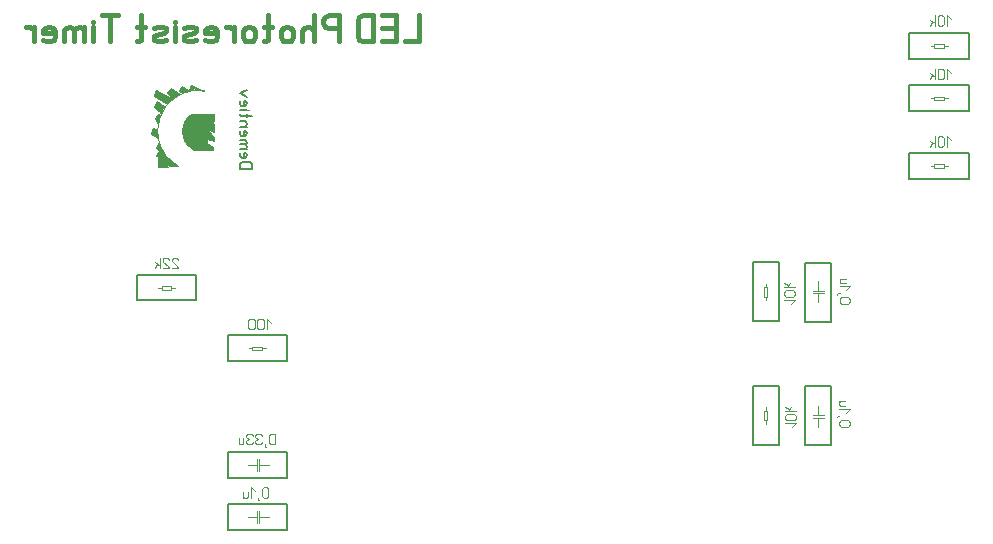
<source format=gbr>
%FSLAX34Y34*%
%MOMM*%
%LNSILK_BOTTOM*%
G71*
G01*
%ADD10C, 0.15*%
%ADD11C, 0.10*%
%ADD12C, 0.11*%
%ADD13C, 0.17*%
%ADD14C, 0.40*%
%LPD*%
G54D10*
X254706Y192596D02*
X254706Y214596D01*
X204706Y214596D01*
X204706Y192596D01*
X254706Y192596D01*
G54D11*
X236746Y203318D02*
X233546Y203318D01*
X233546Y201718D01*
X225646Y201718D01*
X225646Y204918D01*
X233546Y204918D01*
X233546Y203318D01*
G54D11*
X225646Y203318D02*
X222446Y203318D01*
G54D12*
X240953Y225123D02*
X237620Y228456D01*
X237620Y219567D01*
G54D12*
X229842Y226789D02*
X229842Y221234D01*
X230509Y220123D01*
X231842Y219567D01*
X233176Y219567D01*
X234509Y220123D01*
X235176Y221234D01*
X235176Y226789D01*
X234509Y227900D01*
X233176Y228456D01*
X231842Y228456D01*
X230509Y227900D01*
X229842Y226789D01*
G54D12*
X222066Y226789D02*
X222066Y221234D01*
X222732Y220123D01*
X224066Y219567D01*
X225399Y219567D01*
X226732Y220123D01*
X227399Y221234D01*
X227399Y226789D01*
X226732Y227900D01*
X225399Y228456D01*
X224066Y228456D01*
X222732Y227900D01*
X222066Y226789D01*
G54D10*
X127866Y243893D02*
X127866Y265893D01*
X177866Y265893D01*
X177866Y243893D01*
X127866Y243893D01*
G54D11*
X145826Y254615D02*
X149026Y254615D01*
X149026Y253015D01*
X156926Y253015D01*
X156926Y256215D01*
X149026Y256215D01*
X149026Y254615D01*
G54D11*
X156926Y254615D02*
X160126Y254615D01*
G54D12*
X157430Y271261D02*
X162763Y271261D01*
X162763Y271817D01*
X162096Y272928D01*
X158096Y276261D01*
X157430Y277372D01*
X157430Y278484D01*
X158096Y279595D01*
X159430Y280150D01*
X160763Y280150D01*
X162096Y279595D01*
X162763Y278484D01*
G54D12*
X149653Y271261D02*
X154986Y271261D01*
X154986Y271817D01*
X154319Y272928D01*
X150319Y276261D01*
X149653Y277372D01*
X149653Y278484D01*
X150319Y279595D01*
X151653Y280150D01*
X152986Y280150D01*
X154319Y279595D01*
X154986Y278484D01*
G54D12*
X147209Y271261D02*
X147209Y280150D01*
G54D12*
X145209Y274595D02*
X143209Y271261D01*
G54D12*
X147209Y273484D02*
X143209Y276261D01*
G54D10*
X781916Y448681D02*
X781916Y470681D01*
X831916Y470681D01*
X831916Y448681D01*
X781916Y448681D01*
G54D11*
X799876Y459402D02*
X803076Y459402D01*
X803076Y457802D01*
X810976Y457802D01*
X810976Y461002D01*
X803076Y461002D01*
X803076Y459402D01*
G54D11*
X810976Y459402D02*
X814176Y459402D01*
G54D12*
X816813Y482001D02*
X813480Y485335D01*
X813480Y476446D01*
G54D12*
X805703Y483668D02*
X805703Y478112D01*
X806370Y477001D01*
X807703Y476446D01*
X809036Y476446D01*
X810370Y477001D01*
X811036Y478112D01*
X811036Y483668D01*
X810370Y484779D01*
X809036Y485335D01*
X807703Y485335D01*
X806370Y484779D01*
X805703Y483668D01*
G54D12*
X803259Y476446D02*
X803259Y485335D01*
G54D12*
X801259Y479779D02*
X799259Y476446D01*
G54D12*
X803259Y478668D02*
X799259Y481446D01*
G54D10*
X781916Y404231D02*
X781916Y426231D01*
X831916Y426231D01*
X831916Y404231D01*
X781916Y404231D01*
G54D11*
X799876Y414952D02*
X803076Y414952D01*
X803076Y413352D01*
X810976Y413352D01*
X810976Y416552D01*
X803076Y416552D01*
X803076Y414952D01*
G54D11*
X810976Y414952D02*
X814176Y414952D01*
G54D12*
X816813Y436758D02*
X813480Y440091D01*
X813480Y431202D01*
G54D12*
X805703Y438424D02*
X805703Y432869D01*
X806370Y431758D01*
X807703Y431202D01*
X809036Y431202D01*
X810370Y431758D01*
X811036Y432869D01*
X811036Y438424D01*
X810370Y439535D01*
X809036Y440091D01*
X807703Y440091D01*
X806370Y439535D01*
X805703Y438424D01*
G54D12*
X803259Y431202D02*
X803259Y440091D01*
G54D12*
X801259Y434535D02*
X799259Y431202D01*
G54D12*
X803259Y433424D02*
X799259Y436202D01*
G54D10*
X781916Y347081D02*
X781916Y369081D01*
X831916Y369081D01*
X831916Y347081D01*
X781916Y347081D01*
G54D11*
X799876Y357802D02*
X803076Y357802D01*
X803076Y356202D01*
X810976Y356202D01*
X810976Y359402D01*
X803076Y359402D01*
X803076Y357802D01*
G54D11*
X810976Y357802D02*
X814176Y357802D01*
G54D12*
X816813Y379608D02*
X813480Y382941D01*
X813480Y374052D01*
G54D12*
X805703Y381274D02*
X805703Y375719D01*
X806370Y374608D01*
X807703Y374052D01*
X809036Y374052D01*
X810370Y374608D01*
X811036Y375719D01*
X811036Y381274D01*
X810370Y382385D01*
X809036Y382941D01*
X807703Y382941D01*
X806370Y382385D01*
X805703Y381274D01*
G54D12*
X803259Y374052D02*
X803259Y382941D01*
G54D12*
X801259Y377385D02*
X799259Y374052D01*
G54D12*
X803259Y376274D02*
X799259Y379052D01*
G54D10*
X649400Y171462D02*
X671400Y171462D01*
X671400Y121462D01*
X649400Y121462D01*
X649400Y171462D01*
G54D11*
X660122Y153502D02*
X660122Y150302D01*
X658522Y150302D01*
X658522Y142402D01*
X661722Y142402D01*
X661722Y150302D01*
X660122Y150302D01*
G54D11*
X660122Y142402D02*
X660122Y139202D01*
G54D12*
X682324Y136565D02*
X685657Y139898D01*
X676768Y139898D01*
G54D12*
X683990Y147675D02*
X678435Y147675D01*
X677324Y147008D01*
X676768Y145675D01*
X676768Y144342D01*
X677324Y143008D01*
X678435Y142342D01*
X683990Y142342D01*
X685102Y143008D01*
X685657Y144342D01*
X685657Y145675D01*
X685102Y147008D01*
X683990Y147675D01*
G54D12*
X676768Y150119D02*
X685657Y150119D01*
G54D12*
X680102Y152119D02*
X676768Y154119D01*
G54D12*
X678990Y150119D02*
X681768Y154119D01*
G54D11*
X239561Y104896D02*
X231561Y104896D01*
X231561Y109896D01*
X231561Y99896D01*
G54D11*
X229561Y109896D02*
X229561Y99896D01*
G54D11*
X229561Y104896D02*
X221561Y104896D01*
G54D10*
X204900Y115900D02*
X204900Y93900D01*
X254900Y93900D01*
X254900Y115900D01*
X204900Y115900D01*
G54D12*
X239781Y129331D02*
X239781Y123775D01*
X240448Y122664D01*
X241781Y122109D01*
X243115Y122109D01*
X244448Y122664D01*
X245115Y123775D01*
X245115Y129331D01*
X244448Y130442D01*
X243115Y130998D01*
X241781Y130998D01*
X240448Y130442D01*
X239781Y129331D01*
G54D12*
X236004Y122109D02*
X236004Y120998D01*
X236671Y119886D01*
X237338Y119886D01*
G54D12*
X233561Y129331D02*
X232894Y130442D01*
X231561Y130998D01*
X230227Y130998D01*
X228894Y130442D01*
X228227Y129331D01*
X228227Y128220D01*
X228894Y127109D01*
X230227Y126553D01*
X228894Y125998D01*
X228227Y124886D01*
X228227Y123775D01*
X228894Y122664D01*
X230227Y122109D01*
X231561Y122109D01*
X232894Y122664D01*
X233561Y123775D01*
G54D12*
X225784Y129331D02*
X225117Y130442D01*
X223784Y130998D01*
X222450Y130998D01*
X221117Y130442D01*
X220450Y129331D01*
X220450Y128220D01*
X221117Y127109D01*
X222450Y126553D01*
X221117Y125998D01*
X220450Y124886D01*
X220450Y123775D01*
X221117Y122664D01*
X222450Y122109D01*
X223784Y122109D01*
X225117Y122664D01*
X225784Y123775D01*
G54D12*
X214007Y127109D02*
X214007Y122109D01*
G54D12*
X214007Y123220D02*
X214673Y122331D01*
X216007Y122109D01*
X217340Y122331D01*
X218007Y123220D01*
X218007Y127109D01*
G54D11*
X239561Y60446D02*
X231561Y60446D01*
X231561Y65446D01*
X231561Y55446D01*
G54D11*
X229561Y65446D02*
X229561Y55446D01*
G54D11*
X229561Y60446D02*
X221561Y60446D01*
G54D10*
X204900Y71450D02*
X204900Y49450D01*
X254900Y49450D01*
X254900Y71450D01*
X204900Y71450D01*
G54D12*
X233828Y84087D02*
X233828Y78532D01*
X234495Y77420D01*
X235828Y76865D01*
X237162Y76865D01*
X238495Y77420D01*
X239162Y78532D01*
X239162Y84087D01*
X238495Y85198D01*
X237162Y85754D01*
X235828Y85754D01*
X234495Y85198D01*
X233828Y84087D01*
G54D12*
X230051Y76865D02*
X230051Y75754D01*
X230718Y74643D01*
X231385Y74643D01*
G54D12*
X227608Y82420D02*
X224274Y85754D01*
X224274Y76865D01*
G54D12*
X217831Y81865D02*
X217831Y76865D01*
G54D12*
X217831Y77976D02*
X218497Y77087D01*
X219831Y76865D01*
X221164Y77087D01*
X221831Y77976D01*
X221831Y81865D01*
G54D11*
X704846Y136802D02*
X704846Y144802D01*
X709846Y144802D01*
X699846Y144802D01*
G54D11*
X709846Y146802D02*
X699846Y146802D01*
G54D11*
X704846Y146802D02*
X704846Y154802D01*
G54D10*
X715850Y171462D02*
X693850Y171462D01*
X693850Y121462D01*
X715850Y121462D01*
X715850Y171462D01*
G54D12*
X729678Y142533D02*
X724122Y142533D01*
X723011Y141866D01*
X722456Y140533D01*
X722456Y139199D01*
X723011Y137866D01*
X724122Y137199D01*
X729678Y137199D01*
X730789Y137866D01*
X731344Y139199D01*
X731344Y140533D01*
X730789Y141866D01*
X729678Y142533D01*
G54D12*
X722456Y146310D02*
X721344Y146310D01*
X720233Y145643D01*
X720233Y144976D01*
G54D12*
X728011Y148753D02*
X731344Y152087D01*
X722456Y152087D01*
G54D12*
X727456Y158530D02*
X722456Y158530D01*
G54D12*
X723567Y158530D02*
X722678Y157864D01*
X722456Y156530D01*
X722678Y155197D01*
X723567Y154530D01*
X727456Y154530D01*
G54D11*
X704854Y260323D02*
X704854Y252323D01*
X699854Y252323D01*
X709854Y252323D01*
G54D11*
X699854Y250323D02*
X709854Y250323D01*
G54D11*
X704854Y250323D02*
X704854Y242323D01*
G54D10*
X693850Y225662D02*
X715850Y225662D01*
X715850Y275662D01*
X693850Y275662D01*
X693850Y225662D01*
G54D12*
X730028Y246428D02*
X724472Y246428D01*
X723361Y245761D01*
X722806Y244428D01*
X722806Y243094D01*
X723361Y241761D01*
X724472Y241094D01*
X730028Y241094D01*
X731139Y241761D01*
X731695Y243094D01*
X731695Y244428D01*
X731139Y245761D01*
X730028Y246428D01*
G54D12*
X722806Y250205D02*
X721695Y250205D01*
X720584Y249538D01*
X720584Y248871D01*
G54D12*
X728361Y252648D02*
X731695Y255982D01*
X722806Y255982D01*
G54D12*
X727806Y262425D02*
X722806Y262425D01*
G54D12*
X723917Y262425D02*
X723028Y261759D01*
X722806Y260425D01*
X723028Y259092D01*
X723917Y258425D01*
X727806Y258425D01*
G54D10*
X649400Y276237D02*
X671400Y276237D01*
X671400Y226237D01*
X649400Y226237D01*
X649400Y276237D01*
G54D11*
X660122Y258277D02*
X660122Y255077D01*
X658522Y255077D01*
X658522Y247177D01*
X661722Y247177D01*
X661722Y255077D01*
X660122Y255077D01*
G54D11*
X660122Y247177D02*
X660122Y243977D01*
G54D12*
X681530Y241340D02*
X684863Y244673D01*
X675974Y244673D01*
G54D12*
X683197Y252450D02*
X677641Y252450D01*
X676530Y251783D01*
X675974Y250450D01*
X675974Y249117D01*
X676530Y247783D01*
X677641Y247117D01*
X683197Y247117D01*
X684308Y247783D01*
X684863Y249117D01*
X684863Y250450D01*
X684308Y251783D01*
X683197Y252450D01*
G54D12*
X675974Y254894D02*
X684863Y254894D01*
G54D12*
X679308Y256894D02*
X675974Y258894D01*
G54D12*
X678197Y254894D02*
X680974Y258894D01*
G54D13*
X215262Y355392D02*
X225039Y355392D01*
X225039Y359059D01*
X224428Y360525D01*
X223206Y361259D01*
X217095Y361259D01*
X215873Y360525D01*
X215262Y359059D01*
X215262Y355392D01*
G54D13*
X215873Y369081D02*
X215262Y367908D01*
X215262Y366441D01*
X215873Y364974D01*
X217095Y364681D01*
X219173Y364681D01*
X220395Y365414D01*
X220762Y366881D01*
X220395Y368348D01*
X219539Y369081D01*
X218317Y369081D01*
X218317Y364681D01*
G54D13*
X215262Y372503D02*
X220762Y372503D01*
G54D13*
X219784Y372503D02*
X220762Y373970D01*
X220395Y375436D01*
X219539Y376170D01*
X215262Y376170D01*
G54D13*
X219784Y376170D02*
X220762Y377636D01*
X220395Y379103D01*
X219539Y379836D01*
X215262Y379836D01*
G54D13*
X215873Y387658D02*
X215262Y386485D01*
X215262Y385018D01*
X215873Y383551D01*
X217095Y383258D01*
X219173Y383258D01*
X220395Y383991D01*
X220762Y385458D01*
X220395Y386925D01*
X219539Y387658D01*
X218317Y387658D01*
X218317Y383258D01*
G54D13*
X215262Y391080D02*
X220762Y391080D01*
G54D13*
X219539Y391080D02*
X220395Y391813D01*
X220762Y393280D01*
X220395Y394747D01*
X219539Y395480D01*
X215262Y395480D01*
G54D13*
X225039Y400369D02*
X215873Y400369D01*
X215262Y401102D01*
X215506Y401835D01*
G54D13*
X220762Y398902D02*
X220762Y401835D01*
G54D13*
X215262Y405257D02*
X220762Y405257D01*
G54D13*
X222595Y405257D02*
X222595Y405257D01*
G54D13*
X215873Y413079D02*
X215262Y411906D01*
X215262Y410439D01*
X215873Y408972D01*
X217095Y408679D01*
X219173Y408679D01*
X220395Y409412D01*
X220762Y410879D01*
X220395Y412346D01*
X219539Y413079D01*
X218317Y413079D01*
X218317Y408679D01*
G54D13*
X220762Y416501D02*
X215262Y419434D01*
X220762Y422368D01*
G54D11*
G75*
G01X174603Y401762D02*
G03X174603Y372318I8500J-14722D01*
G01*
G36*
G75*
G01X174603Y401762D02*
G03X174603Y372318I8500J-14722D01*
G01*
G37*
X174603Y401762D01*
G36*
X174602Y401762D02*
X193361Y401762D01*
X193374Y401749D01*
X193374Y396193D01*
X189406Y397781D01*
X192977Y393018D01*
X192977Y386271D01*
X186627Y389843D01*
X192977Y382699D01*
X192977Y378731D01*
X187421Y380715D01*
X187421Y377540D01*
X192580Y373968D01*
X192580Y371587D01*
X175333Y371587D01*
X174602Y372318D01*
X174602Y401762D01*
G37*
G54D11*
X174602Y401762D02*
X193361Y401762D01*
X193374Y401749D01*
X193374Y396193D01*
X189406Y397781D01*
X192977Y393018D01*
X192977Y386271D01*
X186627Y389843D01*
X192977Y382699D01*
X192977Y378731D01*
X187421Y380715D01*
X187421Y377540D01*
X192580Y373968D01*
X192580Y371587D01*
X175333Y371587D01*
X174602Y372318D01*
X174602Y401762D01*
G36*
X185040Y421593D02*
X177896Y422784D01*
X171943Y421593D01*
X173927Y425959D01*
X185040Y421593D01*
G37*
G54D11*
X185040Y421593D02*
X177896Y422784D01*
X171943Y421593D01*
X173927Y425959D01*
X185040Y421593D01*
G54D11*
G75*
G01X185062Y421552D02*
G03X162549Y357623I-5159J-34112D01*
G01*
G36*
X171943Y421593D02*
X166387Y425165D01*
X163212Y421593D01*
X165990Y419212D01*
X171943Y421593D01*
G37*
G54D11*
X171943Y421593D02*
X166387Y425165D01*
X163212Y421593D01*
X165990Y419212D01*
X171943Y421593D01*
G36*
X164006Y418418D02*
X156465Y423578D01*
X153687Y419609D01*
X158052Y414449D01*
X144162Y422387D01*
X142177Y417228D01*
X153290Y410084D01*
X157656Y414846D01*
X164006Y418418D01*
G37*
G54D11*
X164006Y418418D02*
X156465Y423578D01*
X153687Y419609D01*
X158052Y414449D01*
X144162Y422387D01*
X142177Y417228D01*
X153290Y410084D01*
X157656Y414846D01*
X164006Y418418D01*
G36*
X151306Y407703D02*
X147337Y400559D01*
X145749Y393018D01*
X143368Y397384D01*
X145352Y402146D01*
X148130Y402543D01*
X142177Y407703D01*
X144559Y412465D01*
X151306Y407703D01*
G37*
G54D11*
X151306Y407703D02*
X147337Y400559D01*
X145749Y393018D01*
X143368Y397384D01*
X145352Y402146D01*
X148130Y402543D01*
X142177Y407703D01*
X144559Y412465D01*
X151306Y407703D01*
G36*
X144956Y387859D02*
X141384Y390240D01*
X139399Y384684D01*
X145352Y381509D01*
X144956Y387859D01*
G37*
G54D11*
X144956Y387859D02*
X141384Y390240D01*
X139399Y384684D01*
X145352Y381509D01*
X144956Y387859D01*
G36*
X162548Y357623D02*
X158846Y359284D01*
X152893Y364443D01*
X148130Y372381D01*
X146543Y378334D01*
X144162Y372778D01*
X146543Y370793D01*
X144162Y366031D01*
X146543Y365237D01*
X145352Y364046D01*
X145352Y356903D01*
X162548Y357623D01*
G37*
G54D11*
X162548Y357623D02*
X158846Y359284D01*
X152893Y364443D01*
X148130Y372381D01*
X146543Y378334D01*
X144162Y372778D01*
X146543Y370793D01*
X144162Y366031D01*
X146543Y365237D01*
X145352Y364046D01*
X145352Y356903D01*
X162548Y357623D01*
G54D14*
X366834Y485568D02*
X366834Y463345D01*
X355168Y463345D01*
G54D14*
X335723Y463345D02*
X347390Y463345D01*
X347390Y485568D01*
X335723Y485568D01*
G54D14*
X347390Y474456D02*
X335723Y474456D01*
G54D14*
X327944Y463345D02*
X327944Y485568D01*
X319611Y485568D01*
X316278Y484179D01*
X314611Y481401D01*
X314611Y467512D01*
X316278Y464734D01*
X319611Y463345D01*
X327944Y463345D01*
G54D14*
X298722Y463345D02*
X298722Y485568D01*
X290389Y485568D01*
X287056Y484179D01*
X285389Y481401D01*
X285389Y478623D01*
X287056Y475845D01*
X290389Y474456D01*
X298722Y474456D01*
G54D14*
X277612Y463345D02*
X277612Y485568D01*
G54D14*
X277612Y472234D02*
X275945Y475012D01*
X272612Y475845D01*
X269278Y475012D01*
X267612Y472234D01*
X267612Y463345D01*
G54D14*
X249834Y466679D02*
X249834Y472234D01*
X251500Y475012D01*
X254834Y475845D01*
X258167Y475012D01*
X259834Y472234D01*
X259834Y466679D01*
X258167Y463901D01*
X254834Y463345D01*
X251500Y463901D01*
X249834Y466679D01*
G54D14*
X238722Y485568D02*
X238722Y464734D01*
X237056Y463345D01*
X235389Y463901D01*
G54D14*
X242056Y475845D02*
X235389Y475845D01*
G54D14*
X217610Y466679D02*
X217610Y472234D01*
X219277Y475012D01*
X222610Y475845D01*
X225944Y475012D01*
X227610Y472234D01*
X227610Y466679D01*
X225944Y463901D01*
X222610Y463345D01*
X219277Y463901D01*
X217610Y466679D01*
G54D14*
X209832Y463345D02*
X209832Y475845D01*
G54D14*
X209832Y473068D02*
X206499Y475845D01*
X203166Y475845D01*
G54D14*
X185388Y464734D02*
X188054Y463345D01*
X191388Y463345D01*
X194721Y464734D01*
X195388Y467512D01*
X195388Y472234D01*
X193721Y475012D01*
X190388Y475845D01*
X187054Y475012D01*
X185388Y473068D01*
X185388Y470290D01*
X195388Y470290D01*
G54D14*
X177610Y464734D02*
X174276Y463345D01*
X170943Y463345D01*
X167610Y464734D01*
X167610Y467512D01*
X169276Y468901D01*
X175943Y470290D01*
X177610Y471679D01*
X177610Y474456D01*
X174276Y475845D01*
X170943Y475845D01*
X167610Y474456D01*
G54D14*
X159832Y463345D02*
X159832Y475845D01*
G54D14*
X159832Y480012D02*
X159832Y480012D01*
G54D14*
X152054Y464734D02*
X148720Y463345D01*
X145387Y463345D01*
X142054Y464734D01*
X142054Y467512D01*
X143720Y468901D01*
X150387Y470290D01*
X152054Y471679D01*
X152054Y474456D01*
X148720Y475845D01*
X145387Y475845D01*
X142054Y474456D01*
G54D14*
X130942Y485568D02*
X130942Y464734D01*
X129276Y463345D01*
X127609Y463901D01*
G54D14*
X134276Y475845D02*
X127609Y475845D01*
G54D14*
X105053Y463345D02*
X105053Y485568D01*
G54D14*
X111720Y485568D02*
X98386Y485568D01*
G54D14*
X90608Y463345D02*
X90608Y475845D01*
G54D14*
X90608Y480012D02*
X90608Y480012D01*
G54D14*
X82830Y463345D02*
X82830Y475845D01*
G54D14*
X82830Y473623D02*
X79497Y475845D01*
X76164Y475012D01*
X74497Y473068D01*
X74497Y463345D01*
G54D14*
X74497Y473623D02*
X71164Y475845D01*
X67830Y475012D01*
X66164Y473068D01*
X66164Y463345D01*
G54D14*
X48386Y464734D02*
X51052Y463345D01*
X54386Y463345D01*
X57719Y464734D01*
X58386Y467512D01*
X58386Y472234D01*
X56719Y475012D01*
X53386Y475845D01*
X50052Y475012D01*
X48386Y473068D01*
X48386Y470290D01*
X58386Y470290D01*
G54D14*
X40608Y463345D02*
X40608Y475845D01*
G54D14*
X40608Y473068D02*
X37274Y475845D01*
X33941Y475845D01*
M02*

</source>
